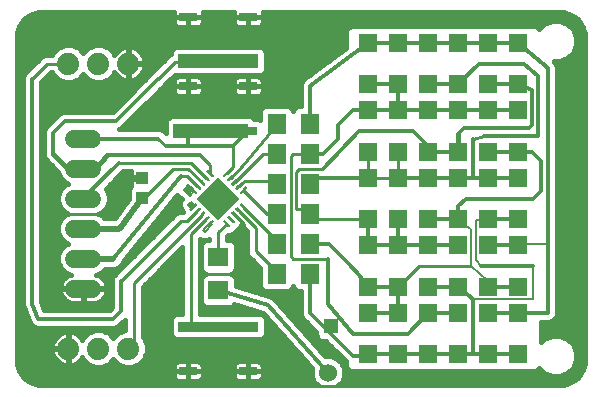
<source format=gtl>
G75*
G70*
%OFA0B0*%
%FSLAX24Y24*%
%IPPOS*%
%LPD*%
%AMOC8*
5,1,8,0,0,1.08239X$1,22.5*
%
%ADD10R,0.1000X0.0500*%
%ADD11R,0.0500X0.0500*%
%ADD12R,0.0700X0.0450*%
%ADD13R,0.2700X0.0350*%
%ADD14R,0.2700X0.0450*%
%ADD15R,0.2500X0.0500*%
%ADD16R,0.1024X0.1024*%
%ADD17C,0.0068*%
%ADD18R,0.0394X0.0433*%
%ADD19R,0.0591X0.0591*%
%ADD20C,0.0600*%
%ADD21R,0.0630X0.0709*%
%ADD22R,0.0600X0.0300*%
%ADD23R,0.0709X0.0630*%
%ADD24C,0.0740*%
%ADD25C,0.0100*%
%ADD26C,0.0115*%
%ADD27C,0.0120*%
%ADD28C,0.0200*%
%ADD29C,0.0150*%
%ADD30C,0.0160*%
%ADD31C,0.0110*%
%ADD32C,0.0080*%
%ADD33C,0.0140*%
%ADD34C,0.0090*%
%ADD35C,0.0600*%
D10*
X006840Y008938D03*
D11*
X008590Y008938D03*
X011590Y002438D03*
D12*
X008840Y011263D03*
X006840Y011263D03*
D13*
X007840Y002413D03*
D14*
X007840Y011263D03*
D15*
X007590Y008938D03*
D16*
G36*
X008564Y006688D02*
X007840Y005964D01*
X007116Y006688D01*
X007840Y007412D01*
X008564Y006688D01*
G37*
D17*
X008596Y006873D02*
X008769Y007046D01*
X008596Y006873D02*
X008581Y006888D01*
X008754Y007061D01*
X008769Y007046D01*
X008663Y006940D02*
X008633Y006940D01*
X008700Y007007D02*
X008730Y007007D01*
X008630Y007185D02*
X008457Y007012D01*
X008442Y007027D01*
X008615Y007200D01*
X008630Y007185D01*
X008524Y007079D02*
X008494Y007079D01*
X008561Y007146D02*
X008591Y007146D01*
X008491Y007324D02*
X008318Y007151D01*
X008303Y007166D01*
X008476Y007339D01*
X008491Y007324D01*
X008385Y007218D02*
X008355Y007218D01*
X008422Y007285D02*
X008452Y007285D01*
X008352Y007463D02*
X008179Y007290D01*
X008164Y007305D01*
X008337Y007478D01*
X008352Y007463D01*
X008246Y007357D02*
X008216Y007357D01*
X008283Y007424D02*
X008313Y007424D01*
X008212Y007603D02*
X008039Y007430D01*
X008024Y007445D01*
X008197Y007618D01*
X008212Y007603D01*
X008106Y007497D02*
X008076Y007497D01*
X008143Y007564D02*
X008173Y007564D01*
X007656Y007445D02*
X007641Y007430D01*
X007468Y007603D01*
X007483Y007618D01*
X007656Y007445D01*
X007604Y007497D02*
X007574Y007497D01*
X007537Y007564D02*
X007507Y007564D01*
X007516Y007305D02*
X007501Y007290D01*
X007328Y007463D01*
X007343Y007478D01*
X007516Y007305D01*
X007464Y007357D02*
X007434Y007357D01*
X007397Y007424D02*
X007367Y007424D01*
X007377Y007166D02*
X007362Y007151D01*
X007189Y007324D01*
X007204Y007339D01*
X007377Y007166D01*
X007325Y007218D02*
X007295Y007218D01*
X007258Y007285D02*
X007228Y007285D01*
X007238Y007027D02*
X007223Y007012D01*
X007050Y007185D01*
X007065Y007200D01*
X007238Y007027D01*
X007186Y007079D02*
X007156Y007079D01*
X007119Y007146D02*
X007089Y007146D01*
X007099Y006888D02*
X007084Y006873D01*
X006911Y007046D01*
X006926Y007061D01*
X007099Y006888D01*
X007047Y006940D02*
X007017Y006940D01*
X006980Y007007D02*
X006950Y007007D01*
X007099Y006489D02*
X006926Y006316D01*
X006911Y006331D01*
X007084Y006504D01*
X007099Y006489D01*
X006993Y006383D02*
X006963Y006383D01*
X007030Y006450D02*
X007060Y006450D01*
X007238Y006350D02*
X007065Y006177D01*
X007050Y006192D01*
X007223Y006365D01*
X007238Y006350D01*
X007132Y006244D02*
X007102Y006244D01*
X007169Y006311D02*
X007199Y006311D01*
X007377Y006211D02*
X007204Y006038D01*
X007189Y006053D01*
X007362Y006226D01*
X007377Y006211D01*
X007271Y006105D02*
X007241Y006105D01*
X007308Y006172D02*
X007338Y006172D01*
X007516Y006071D02*
X007343Y005898D01*
X007328Y005913D01*
X007501Y006086D01*
X007516Y006071D01*
X007410Y005965D02*
X007380Y005965D01*
X007447Y006032D02*
X007477Y006032D01*
X007656Y005932D02*
X007483Y005759D01*
X007468Y005774D01*
X007641Y005947D01*
X007656Y005932D01*
X007550Y005826D02*
X007520Y005826D01*
X007587Y005893D02*
X007617Y005893D01*
X008197Y005759D02*
X008212Y005774D01*
X008197Y005759D02*
X008024Y005932D01*
X008039Y005947D01*
X008212Y005774D01*
X008160Y005826D02*
X008130Y005826D01*
X008093Y005893D02*
X008063Y005893D01*
X008337Y005898D02*
X008352Y005913D01*
X008337Y005898D02*
X008164Y006071D01*
X008179Y006086D01*
X008352Y005913D01*
X008300Y005965D02*
X008270Y005965D01*
X008233Y006032D02*
X008203Y006032D01*
X008476Y006038D02*
X008491Y006053D01*
X008476Y006038D02*
X008303Y006211D01*
X008318Y006226D01*
X008491Y006053D01*
X008439Y006105D02*
X008409Y006105D01*
X008372Y006172D02*
X008342Y006172D01*
X008615Y006177D02*
X008630Y006192D01*
X008615Y006177D02*
X008442Y006350D01*
X008457Y006365D01*
X008630Y006192D01*
X008578Y006244D02*
X008548Y006244D01*
X008511Y006311D02*
X008481Y006311D01*
X008754Y006316D02*
X008769Y006331D01*
X008754Y006316D02*
X008581Y006489D01*
X008596Y006504D01*
X008769Y006331D01*
X008717Y006383D02*
X008687Y006383D01*
X008650Y006450D02*
X008620Y006450D01*
D18*
X005290Y006704D03*
X005290Y007373D03*
D19*
X012840Y007377D03*
X013840Y007377D03*
X014840Y007377D03*
X015840Y007377D03*
X016840Y007377D03*
X017840Y007377D03*
X017840Y008249D03*
X016840Y008249D03*
X015840Y008249D03*
X014840Y008249D03*
X013840Y008249D03*
X012840Y008249D03*
X012840Y009627D03*
X013840Y009627D03*
X014840Y009627D03*
X015840Y009627D03*
X016840Y009627D03*
X017840Y009627D03*
X017840Y010499D03*
X016840Y010499D03*
X015840Y010499D03*
X014840Y010499D03*
X013840Y010499D03*
X012840Y010499D03*
X012840Y011877D03*
X013840Y011877D03*
X014840Y011877D03*
X015840Y011877D03*
X016840Y011877D03*
X017840Y011877D03*
X017840Y005999D03*
X016840Y005999D03*
X015840Y005999D03*
X014840Y005999D03*
X013840Y005999D03*
X012840Y005999D03*
X012840Y005127D03*
X013840Y005127D03*
X014840Y005127D03*
X015840Y005127D03*
X016840Y005127D03*
X017840Y005127D03*
X017840Y003749D03*
X016840Y003749D03*
X015840Y003749D03*
X014840Y003749D03*
X013840Y003749D03*
X012840Y003749D03*
X012840Y002877D03*
X013840Y002877D03*
X014840Y002877D03*
X015840Y002877D03*
X016840Y002877D03*
X017840Y002877D03*
X017840Y001499D03*
X016840Y001499D03*
X015840Y001499D03*
X014840Y001499D03*
X013840Y001499D03*
X012840Y001499D03*
D20*
X003640Y003688D02*
X003040Y003688D01*
X003040Y004688D02*
X003640Y004688D01*
X003640Y005688D02*
X003040Y005688D01*
X003040Y006688D02*
X003640Y006688D01*
X003640Y007688D02*
X003040Y007688D01*
X003040Y008688D02*
X003640Y008688D01*
D21*
X009789Y008188D03*
X010891Y008188D03*
X010891Y009188D03*
X009789Y009188D03*
X009789Y007175D03*
X010891Y007175D03*
X010891Y006188D03*
X009789Y006188D03*
X009789Y005188D03*
X010891Y005188D03*
X010891Y004188D03*
X009789Y004188D03*
D22*
X008840Y002438D03*
X006840Y002438D03*
X006840Y000938D03*
X008840Y000938D03*
X008840Y008938D03*
X006840Y008938D03*
X006840Y010438D03*
X006840Y011238D03*
X008840Y011238D03*
X008840Y010438D03*
X008840Y012738D03*
X006840Y012738D03*
D23*
X007840Y004740D03*
X007840Y003637D03*
D24*
X004840Y001688D03*
X003840Y001688D03*
X002840Y001688D03*
X002840Y011188D03*
X003840Y011188D03*
X004840Y011188D03*
D25*
X008397Y007245D02*
X009340Y008188D01*
X008640Y007767D02*
X008258Y007384D01*
X008118Y007524D02*
X008340Y007745D01*
X008718Y007288D02*
X008536Y007106D01*
X008675Y006967D02*
X009454Y006188D01*
X009090Y005717D02*
X008536Y006271D01*
X008675Y006410D02*
X009897Y005188D01*
X008690Y005838D02*
X008397Y006132D01*
X007422Y005992D02*
X006940Y005510D01*
X006812Y005938D02*
X007144Y006271D01*
X007283Y006132D02*
X005020Y003868D01*
X003340Y006688D02*
X003340Y006698D01*
X006812Y007438D02*
X007144Y007106D01*
X007283Y007245D02*
X006840Y007688D01*
X006918Y007888D02*
X007422Y007384D01*
X010440Y007588D02*
X010440Y006338D01*
X016340Y008688D02*
X016690Y008788D01*
D26*
X013801Y007377D02*
X012840Y007377D01*
X012840Y008249D01*
X011340Y007688D02*
X010540Y007688D01*
X010265Y008113D02*
X010340Y008188D01*
X010891Y008188D01*
X011094Y007377D02*
X010891Y007175D01*
X010741Y006338D02*
X010891Y006188D01*
X011080Y005999D01*
X012840Y005999D01*
X011490Y004688D02*
X010340Y004688D01*
X010265Y004763D01*
X009789Y004240D02*
X009090Y004938D01*
X009090Y005717D01*
X008690Y005838D02*
X008690Y005338D01*
X008118Y005853D02*
X007840Y005575D01*
X007840Y004740D01*
X007340Y004188D02*
X008340Y004188D01*
X006940Y005510D02*
X006940Y002388D01*
X008690Y002388D01*
X008840Y002438D01*
X006940Y002388D02*
X006840Y002438D01*
X005020Y001688D02*
X005020Y003868D01*
X004590Y003938D02*
X006590Y005938D01*
X006812Y005938D01*
X006340Y007688D02*
X005005Y006354D01*
X004340Y006938D02*
X004340Y006968D01*
X004540Y006968D01*
X004100Y006178D02*
X002850Y006178D01*
X002732Y006188D01*
X002590Y006188D01*
X004530Y007888D02*
X006918Y007888D01*
X006840Y007688D02*
X006340Y007688D01*
X006590Y007438D02*
X006812Y007438D01*
X007562Y007524D02*
X007562Y007807D01*
X007240Y008128D01*
X008340Y008438D02*
X008340Y007745D01*
X008640Y007767D02*
X009789Y009188D01*
X009789Y008188D02*
X009340Y008188D01*
X009690Y007288D02*
X008718Y007288D01*
X009690Y007288D02*
X009804Y007175D01*
X009789Y006188D02*
X009454Y006188D01*
X006090Y008438D02*
X005840Y008688D01*
X005840Y010688D02*
X006390Y011238D01*
X006840Y011238D01*
X008840Y011238D01*
X012829Y009638D02*
X012840Y009627D01*
X014529Y004438D02*
X016260Y004438D01*
X014529Y004438D02*
X013840Y003749D01*
X010340Y001188D02*
X010340Y000448D01*
X011290Y000448D01*
X001640Y010688D02*
X002140Y011188D01*
X002840Y011188D01*
D27*
X001640Y010688D02*
X001640Y003188D01*
X001840Y002688D01*
X004340Y002688D01*
X004590Y002938D01*
X004590Y003938D01*
X004340Y004688D02*
X006590Y007438D01*
X007240Y008128D02*
X004140Y008138D01*
X004530Y007888D02*
X003340Y006698D01*
X002340Y008188D02*
X002340Y008888D01*
X002740Y009288D01*
X004440Y009288D01*
X005840Y010688D01*
X006840Y008938D02*
X006840Y008438D01*
X008340Y008438D01*
X008840Y008938D01*
X006840Y008438D02*
X006090Y008438D01*
X010891Y008188D02*
X011340Y008188D01*
X011840Y008688D01*
X011840Y009138D01*
X012340Y009638D01*
X012829Y009638D01*
X013840Y009627D02*
X013840Y010499D01*
X012840Y010499D01*
X012840Y011877D02*
X013840Y011877D01*
X014840Y011877D01*
X015840Y011877D01*
X016840Y011877D01*
X017840Y011877D01*
X018840Y011027D01*
X018840Y005188D01*
X018840Y002877D01*
X017840Y002877D01*
X017840Y003749D02*
X016840Y003749D01*
X016340Y003328D02*
X015840Y003749D01*
X014840Y003749D01*
X013840Y003749D02*
X012840Y003749D01*
X013840Y003749D02*
X013840Y002877D01*
X014151Y002188D02*
X014840Y002877D01*
X014151Y002188D02*
X012340Y002188D01*
X011490Y003188D01*
X011490Y004688D01*
X011840Y004877D02*
X011529Y005188D01*
X010891Y005188D01*
X010891Y004188D02*
X010891Y002887D01*
X012340Y001438D01*
X012651Y001438D01*
X012840Y001499D01*
X011490Y000888D02*
X009491Y003137D01*
X007840Y003637D01*
X012840Y005127D02*
X012840Y005999D01*
X013840Y005999D02*
X013840Y005127D01*
X012840Y005127D01*
X014840Y005999D02*
X015840Y005999D01*
X015840Y006438D01*
X016090Y006688D01*
X018340Y006688D01*
X018590Y006938D01*
X018590Y007938D01*
X018279Y008249D01*
X016840Y008249D01*
X017840Y008249D01*
X018490Y008788D02*
X016690Y008788D01*
X016340Y008688D02*
X016340Y007377D01*
X016840Y007377D01*
X017840Y007377D01*
X016340Y007377D02*
X015840Y007377D01*
X014840Y007377D01*
X013840Y007377D01*
X013840Y007338D02*
X013840Y007188D01*
X014840Y008249D02*
X014840Y008438D01*
X016040Y009038D02*
X018190Y009038D01*
X018290Y009138D01*
X018290Y010299D01*
X017840Y010499D01*
X018490Y010788D02*
X018490Y008788D01*
X016529Y011188D02*
X015840Y010499D01*
X016529Y011188D02*
X018040Y011188D01*
X018490Y010788D01*
X018340Y004438D02*
X016590Y004438D01*
X016340Y003328D02*
X016340Y001499D01*
X016840Y001499D02*
X017840Y001499D01*
X012840Y003749D02*
X012522Y004138D01*
X012188Y004515D01*
X011840Y004877D01*
D28*
X005290Y006704D02*
X004590Y005738D01*
X004540Y005688D01*
X003340Y005688D01*
X003340Y004688D02*
X004340Y004688D01*
D29*
X004100Y006178D02*
X004340Y006938D01*
X005005Y006354D02*
X005290Y006704D01*
X003740Y007688D02*
X003340Y007688D01*
X002840Y007688D01*
X002340Y008188D01*
X003740Y007688D02*
X004140Y008138D01*
D30*
X001130Y001175D02*
X001211Y000926D01*
X001365Y000714D01*
X001578Y000560D01*
X001827Y000479D01*
X001958Y000468D01*
X011146Y000468D01*
X011032Y000582D01*
X010950Y000781D01*
X010950Y000996D01*
X010964Y001029D01*
X009323Y002875D01*
X008374Y003162D01*
X008330Y003119D01*
X008242Y003082D01*
X007438Y003082D01*
X007350Y003119D01*
X007282Y003186D01*
X007246Y003274D01*
X007246Y004000D01*
X007282Y004088D01*
X007350Y004156D01*
X007429Y004188D01*
X007350Y004221D01*
X007282Y004289D01*
X007246Y004377D01*
X007246Y005102D01*
X007282Y005190D01*
X007350Y005258D01*
X007438Y005294D01*
X007543Y005294D01*
X007543Y005349D01*
X007446Y005308D01*
X007334Y005308D01*
X007237Y005349D01*
X007237Y002828D01*
X009238Y002828D01*
X009326Y002792D01*
X009393Y002724D01*
X009430Y002636D01*
X009430Y002191D01*
X009393Y002102D01*
X009326Y002035D01*
X009238Y001998D01*
X006442Y001998D01*
X006354Y002035D01*
X006287Y002102D01*
X006250Y002191D01*
X006250Y002636D01*
X006287Y002724D01*
X006354Y002792D01*
X006442Y002828D01*
X006643Y002828D01*
X006643Y005081D01*
X005317Y003756D01*
X005317Y002074D01*
X005357Y002034D01*
X005450Y001810D01*
X005450Y001567D01*
X005357Y001343D01*
X005186Y001171D01*
X004961Y001078D01*
X004719Y001078D01*
X004494Y001171D01*
X004340Y001326D01*
X004186Y001171D01*
X003961Y001078D01*
X003719Y001078D01*
X003494Y001171D01*
X003323Y001343D01*
X003303Y001390D01*
X003259Y001330D01*
X003198Y001269D01*
X003128Y001218D01*
X003051Y001179D01*
X002969Y001152D01*
X002883Y001138D01*
X002860Y001138D01*
X002860Y001668D01*
X002820Y001668D01*
X002820Y001138D01*
X002797Y001138D01*
X002711Y001152D01*
X002629Y001179D01*
X002552Y001218D01*
X002482Y001269D01*
X002420Y001330D01*
X002370Y001400D01*
X002330Y001477D01*
X002304Y001560D01*
X002290Y001645D01*
X002290Y001668D01*
X002820Y001668D01*
X002820Y001708D01*
X002290Y001708D01*
X002290Y001732D01*
X002304Y001817D01*
X002330Y001899D01*
X002370Y001977D01*
X002420Y002047D01*
X002482Y002108D01*
X002552Y002159D01*
X002629Y002198D01*
X002711Y002225D01*
X002797Y002238D01*
X002820Y002238D01*
X002820Y001709D01*
X002860Y001709D01*
X002860Y002238D01*
X002883Y002238D01*
X002969Y002225D01*
X003051Y002198D01*
X003128Y002159D01*
X003198Y002108D01*
X003259Y002047D01*
X003303Y001986D01*
X003323Y002034D01*
X003494Y002205D01*
X003719Y002298D01*
X003961Y002298D01*
X004186Y002205D01*
X004340Y002051D01*
X004494Y002205D01*
X004719Y002298D01*
X004723Y002298D01*
X004723Y002647D01*
X004510Y002434D01*
X004400Y002388D01*
X004280Y002388D01*
X001898Y002388D01*
X001896Y002388D01*
X001838Y002388D01*
X001780Y002388D01*
X001779Y002389D01*
X001777Y002389D01*
X001724Y002412D01*
X001670Y002434D01*
X001669Y002435D01*
X001667Y002436D01*
X001627Y002477D01*
X001586Y002518D01*
X001585Y002520D01*
X001584Y002521D01*
X001562Y002575D01*
X001540Y002629D01*
X001540Y002631D01*
X001362Y003076D01*
X001340Y003129D01*
X001340Y003131D01*
X001339Y003132D01*
X001340Y003190D01*
X001340Y010748D01*
X001386Y010858D01*
X001470Y010943D01*
X001476Y010945D01*
X001971Y011441D01*
X002081Y011486D01*
X002199Y011486D01*
X002303Y011486D01*
X002323Y011534D01*
X002494Y011705D01*
X002719Y011798D01*
X002961Y011798D01*
X003186Y011705D01*
X003340Y011551D01*
X003494Y011705D01*
X003719Y011798D01*
X003961Y011798D01*
X004186Y011705D01*
X004357Y011534D01*
X004377Y011486D01*
X004420Y011547D01*
X004482Y011608D01*
X004552Y011659D01*
X004629Y011698D01*
X004711Y011725D01*
X004797Y011738D01*
X004820Y011738D01*
X004820Y011209D01*
X004860Y011209D01*
X004860Y011738D01*
X004883Y011738D01*
X004969Y011725D01*
X005051Y011698D01*
X005128Y011659D01*
X005198Y011608D01*
X005259Y011547D01*
X005310Y011477D01*
X005350Y011399D01*
X005376Y011317D01*
X005390Y011232D01*
X005390Y011208D01*
X004860Y011208D01*
X004860Y011168D01*
X004860Y010638D01*
X004883Y010638D01*
X004969Y010652D01*
X005051Y010679D01*
X005128Y010718D01*
X005198Y010769D01*
X005259Y010830D01*
X005310Y010900D01*
X005350Y010977D01*
X005376Y011060D01*
X005390Y011145D01*
X005390Y011168D01*
X004860Y011168D01*
X004820Y011168D01*
X004820Y010638D01*
X004797Y010638D01*
X004711Y010652D01*
X004629Y010679D01*
X004552Y010718D01*
X004482Y010769D01*
X004420Y010830D01*
X004377Y010890D01*
X004357Y010843D01*
X004186Y010671D01*
X003961Y010578D01*
X003719Y010578D01*
X003494Y010671D01*
X003340Y010826D01*
X003186Y010671D01*
X002961Y010578D01*
X002719Y010578D01*
X002494Y010671D01*
X002323Y010843D01*
X002303Y010891D01*
X002263Y010891D01*
X001940Y010568D01*
X001940Y003246D01*
X002043Y002988D01*
X004216Y002988D01*
X004290Y003063D01*
X004290Y003998D01*
X004336Y004108D01*
X004420Y004193D01*
X004426Y004195D01*
X006338Y006107D01*
X006421Y006191D01*
X006531Y006236D01*
X006652Y006236D01*
X006636Y006276D01*
X006636Y006297D01*
X006603Y006330D01*
X006560Y006433D01*
X006560Y006544D01*
X006603Y006647D01*
X006619Y006663D01*
X006531Y006751D01*
X006467Y006815D01*
X004680Y004630D01*
X004680Y004621D01*
X004628Y004496D01*
X004533Y004400D01*
X004408Y004348D01*
X004064Y004348D01*
X003946Y004231D01*
X003761Y004154D01*
X003824Y004133D01*
X003892Y004099D01*
X003953Y004054D01*
X004006Y004001D01*
X004051Y003940D01*
X004085Y003873D01*
X004108Y003801D01*
X004120Y003726D01*
X004120Y003708D01*
X003360Y003708D01*
X003360Y003668D01*
X003360Y003208D01*
X003678Y003208D01*
X003752Y003220D01*
X003824Y003244D01*
X003892Y003278D01*
X003953Y003322D01*
X004006Y003376D01*
X004051Y003437D01*
X004085Y003504D01*
X004108Y003576D01*
X004120Y003651D01*
X004120Y003668D01*
X003360Y003668D01*
X003320Y003668D01*
X003320Y003208D01*
X003002Y003208D01*
X002928Y003220D01*
X002856Y003244D01*
X002788Y003278D01*
X002727Y003322D01*
X002674Y003376D01*
X002629Y003437D01*
X002595Y003504D01*
X002572Y003576D01*
X002560Y003651D01*
X002560Y003668D01*
X003320Y003668D01*
X003320Y003708D01*
X002560Y003708D01*
X002560Y003726D01*
X002572Y003801D01*
X002595Y003873D01*
X002629Y003940D01*
X002674Y004001D01*
X002727Y004054D01*
X002788Y004099D01*
X002856Y004133D01*
X002919Y004154D01*
X002734Y004231D01*
X002582Y004382D01*
X002500Y004581D01*
X002500Y004796D01*
X002582Y004994D01*
X002734Y005146D01*
X002836Y005188D01*
X002734Y005231D01*
X002582Y005382D01*
X002500Y005581D01*
X002500Y005796D01*
X002582Y005994D01*
X002734Y006146D01*
X002836Y006188D01*
X002734Y006231D01*
X002582Y006382D01*
X002500Y006581D01*
X002500Y006796D01*
X002582Y006994D01*
X002734Y007146D01*
X002836Y007188D01*
X002734Y007231D01*
X002582Y007382D01*
X002500Y007581D01*
X002500Y007583D01*
X002073Y008010D01*
X002025Y008126D01*
X002025Y008251D01*
X002040Y008287D01*
X002040Y008948D01*
X002086Y009058D01*
X002170Y009143D01*
X002170Y009143D01*
X002486Y009458D01*
X002486Y009458D01*
X002570Y009543D01*
X002680Y009588D01*
X004316Y009588D01*
X005670Y010943D01*
X005676Y010945D01*
X006221Y011491D01*
X006250Y011502D01*
X006250Y011536D01*
X006287Y011624D01*
X006354Y011692D01*
X006442Y011728D01*
X009238Y011728D01*
X009326Y011692D01*
X009393Y011624D01*
X009430Y011536D01*
X009430Y010991D01*
X009393Y010902D01*
X009326Y010835D01*
X009238Y010798D01*
X006442Y010798D01*
X006392Y010819D01*
X006097Y010524D01*
X006094Y010518D01*
X004610Y009034D01*
X004524Y008998D01*
X005902Y008998D01*
X006016Y008951D01*
X006100Y008867D01*
X006100Y009236D01*
X006137Y009324D01*
X006204Y009392D01*
X006292Y009428D01*
X008888Y009428D01*
X008976Y009392D01*
X009039Y009328D01*
X009188Y009328D01*
X009234Y009309D01*
X009234Y009590D01*
X009270Y009679D01*
X009338Y009746D01*
X009426Y009783D01*
X010151Y009783D01*
X010240Y009746D01*
X010307Y009679D01*
X010340Y009599D01*
X010373Y009679D01*
X010440Y009746D01*
X010528Y009783D01*
X010581Y009783D01*
X010581Y010390D01*
X010576Y010413D01*
X010581Y010451D01*
X010581Y010490D01*
X010590Y010512D01*
X010593Y010535D01*
X010614Y010568D01*
X010628Y010604D01*
X010645Y010620D01*
X010657Y010640D01*
X010688Y010664D01*
X010716Y010691D01*
X010737Y010700D01*
X012100Y011713D01*
X012100Y012236D01*
X012137Y012324D01*
X012204Y012392D01*
X012292Y012428D01*
X018388Y012428D01*
X018476Y012392D01*
X018529Y012339D01*
X018705Y012515D01*
X018955Y012618D01*
X019225Y012618D01*
X019475Y012515D01*
X019666Y012324D01*
X019770Y012074D01*
X019770Y011803D01*
X019666Y011553D01*
X019475Y011362D01*
X019225Y011258D01*
X019033Y011258D01*
X019044Y011248D01*
X019080Y011217D01*
X019085Y011206D01*
X019094Y011197D01*
X019112Y011153D01*
X019134Y011111D01*
X019135Y011099D01*
X019140Y011087D01*
X019140Y011040D01*
X019144Y010992D01*
X019140Y010980D01*
X019140Y005248D01*
X019140Y002818D01*
X019094Y002707D01*
X019010Y002623D01*
X018900Y002577D01*
X018780Y002577D01*
X018580Y002577D01*
X018580Y001890D01*
X018705Y002015D01*
X018955Y002118D01*
X019225Y002118D01*
X019475Y002015D01*
X019666Y001824D01*
X019770Y001574D01*
X019770Y001303D01*
X019666Y001053D01*
X019475Y000862D01*
X019225Y000758D01*
X018955Y000758D01*
X018705Y000862D01*
X018529Y001038D01*
X018476Y000985D01*
X018388Y000948D01*
X012292Y000948D01*
X012204Y000985D01*
X012137Y001052D01*
X012100Y001141D01*
X011970Y001141D01*
X011948Y001194D02*
X011796Y001346D01*
X011597Y001428D01*
X011411Y001428D01*
X009739Y003310D01*
X009728Y003331D01*
X009700Y003354D01*
X009676Y003381D01*
X009654Y003392D01*
X009635Y003407D01*
X009601Y003417D01*
X009568Y003433D01*
X009544Y003435D01*
X008434Y003771D01*
X008434Y004000D01*
X008398Y004088D01*
X008330Y004156D01*
X008251Y004188D01*
X008330Y004221D01*
X008398Y004289D01*
X008434Y004377D01*
X008434Y005102D01*
X008398Y005190D01*
X008330Y005258D01*
X008242Y005294D01*
X008137Y005294D01*
X008137Y005451D01*
X008170Y005484D01*
X008252Y005484D01*
X008353Y005526D01*
X008446Y005619D01*
X008459Y005651D01*
X008492Y005665D01*
X008585Y005758D01*
X008601Y005796D01*
X008793Y005604D01*
X008793Y004998D01*
X008793Y004879D01*
X008838Y004770D01*
X009234Y004374D01*
X009234Y003786D01*
X009270Y003698D01*
X009338Y003631D01*
X009426Y003594D01*
X010151Y003594D01*
X010240Y003631D01*
X010307Y003698D01*
X010340Y003777D01*
X010373Y003698D01*
X010440Y003631D01*
X010528Y003594D01*
X010591Y003594D01*
X010591Y002947D01*
X010591Y002827D01*
X010637Y002717D01*
X011100Y002254D01*
X011100Y002141D01*
X011137Y002052D01*
X011204Y001985D01*
X011292Y001948D01*
X011406Y001948D01*
X012086Y001268D01*
X012100Y001254D01*
X012100Y001141D01*
X011948Y001194D02*
X012030Y000996D01*
X012030Y000781D01*
X011948Y000582D01*
X011834Y000468D01*
X019166Y000468D01*
X019175Y000468D01*
X019222Y000468D01*
X019353Y000479D01*
X019602Y000560D01*
X019815Y000714D01*
X019969Y000926D01*
X020050Y001175D01*
X020060Y001306D01*
X020060Y012070D01*
X020050Y012201D01*
X019969Y012451D01*
X019815Y012663D01*
X019602Y012817D01*
X019353Y012898D01*
X019222Y012908D01*
X009320Y012908D01*
X009320Y012739D01*
X008840Y012739D01*
X008840Y012738D01*
X008840Y012408D01*
X009164Y012408D01*
X009209Y012421D01*
X009251Y012444D01*
X009284Y012478D01*
X009308Y012519D01*
X009320Y012565D01*
X009320Y012738D01*
X008840Y012738D01*
X008840Y012738D01*
X008840Y012408D01*
X008516Y012408D01*
X008471Y012421D01*
X008429Y012444D01*
X008396Y012478D01*
X008372Y012519D01*
X008360Y012565D01*
X008360Y012738D01*
X008840Y012738D01*
X008840Y012739D01*
X008360Y012739D01*
X008360Y012908D01*
X007320Y012908D01*
X007320Y012739D01*
X006840Y012739D01*
X006840Y012738D01*
X006840Y012408D01*
X007164Y012408D01*
X007209Y012421D01*
X007251Y012444D01*
X007284Y012478D01*
X007308Y012519D01*
X007320Y012565D01*
X007320Y012738D01*
X006840Y012738D01*
X006840Y012738D01*
X006840Y012408D01*
X006516Y012408D01*
X006471Y012421D01*
X006429Y012444D01*
X006396Y012478D01*
X006372Y012519D01*
X006360Y012565D01*
X006360Y012738D01*
X006840Y012738D01*
X006840Y012739D01*
X006360Y012739D01*
X006360Y012908D01*
X002014Y012908D01*
X001988Y012908D01*
X001958Y012908D01*
X001827Y012898D01*
X001578Y012817D01*
X001365Y012663D01*
X001211Y012451D01*
X001130Y012201D01*
X001120Y012070D01*
X001120Y001362D01*
X001120Y001349D01*
X001120Y001306D01*
X001130Y001175D01*
X001142Y001141D02*
X002782Y001141D01*
X002820Y001141D02*
X002860Y001141D01*
X002898Y001141D02*
X003568Y001141D01*
X003366Y001299D02*
X003229Y001299D01*
X002860Y001299D02*
X002820Y001299D01*
X002820Y001458D02*
X002860Y001458D01*
X002860Y001616D02*
X002820Y001616D01*
X002820Y001775D02*
X002860Y001775D01*
X002860Y001933D02*
X002820Y001933D01*
X002820Y002092D02*
X002860Y002092D01*
X002466Y002092D02*
X001120Y002092D01*
X001120Y002251D02*
X003603Y002251D01*
X003381Y002092D02*
X003214Y002092D01*
X004077Y002251D02*
X004603Y002251D01*
X004381Y002092D02*
X004299Y002092D01*
X004450Y002409D02*
X004723Y002409D01*
X004723Y002568D02*
X004643Y002568D01*
X004271Y003043D02*
X002021Y003043D01*
X001958Y003202D02*
X004290Y003202D01*
X004290Y003360D02*
X003991Y003360D01*
X004090Y003519D02*
X004290Y003519D01*
X004290Y003677D02*
X003360Y003677D01*
X003320Y003677D02*
X001940Y003677D01*
X001940Y003519D02*
X002590Y003519D01*
X002689Y003360D02*
X001940Y003360D01*
X001940Y003836D02*
X002583Y003836D01*
X002669Y003994D02*
X001940Y003994D01*
X001940Y004153D02*
X002917Y004153D01*
X002653Y004312D02*
X001940Y004312D01*
X001940Y004470D02*
X002546Y004470D01*
X002500Y004629D02*
X001940Y004629D01*
X001940Y004787D02*
X002500Y004787D01*
X002562Y004946D02*
X001940Y004946D01*
X001940Y005104D02*
X002692Y005104D01*
X002702Y005263D02*
X001940Y005263D01*
X001940Y005421D02*
X002566Y005421D01*
X002500Y005580D02*
X001940Y005580D01*
X001940Y005738D02*
X002500Y005738D01*
X002542Y005897D02*
X001940Y005897D01*
X001940Y006056D02*
X002644Y006056D01*
X002774Y006214D02*
X001940Y006214D01*
X001940Y006373D02*
X002592Y006373D01*
X002521Y006531D02*
X001940Y006531D01*
X001940Y006690D02*
X002500Y006690D01*
X002522Y006848D02*
X001940Y006848D01*
X001940Y007007D02*
X002595Y007007D01*
X002781Y007165D02*
X001940Y007165D01*
X001940Y007324D02*
X002641Y007324D01*
X002541Y007482D02*
X001940Y007482D01*
X001940Y007641D02*
X002442Y007641D01*
X002283Y007800D02*
X001940Y007800D01*
X001940Y007958D02*
X002125Y007958D01*
X002029Y008117D02*
X001940Y008117D01*
X001940Y008275D02*
X002035Y008275D01*
X002040Y008434D02*
X001940Y008434D01*
X001940Y008592D02*
X002040Y008592D01*
X002040Y008751D02*
X001940Y008751D01*
X001940Y008909D02*
X002040Y008909D01*
X002095Y009068D02*
X001940Y009068D01*
X001940Y009226D02*
X002254Y009226D01*
X002412Y009385D02*
X001940Y009385D01*
X001940Y009544D02*
X002572Y009544D01*
X001940Y009702D02*
X004429Y009702D01*
X004588Y009861D02*
X001940Y009861D01*
X001940Y010019D02*
X004747Y010019D01*
X004905Y010178D02*
X001940Y010178D01*
X001940Y010336D02*
X005064Y010336D01*
X005222Y010495D02*
X001940Y010495D01*
X002026Y010653D02*
X002538Y010653D01*
X002354Y010812D02*
X002184Y010812D01*
X001660Y011129D02*
X001120Y011129D01*
X001120Y011287D02*
X001818Y011287D01*
X001985Y011446D02*
X001120Y011446D01*
X001120Y011605D02*
X002394Y011605D01*
X002634Y011763D02*
X001120Y011763D01*
X001120Y011922D02*
X012100Y011922D01*
X012100Y012080D02*
X001121Y012080D01*
X001142Y012239D02*
X012101Y012239D01*
X012217Y012397D02*
X001194Y012397D01*
X001288Y012556D02*
X006362Y012556D01*
X006360Y012714D02*
X001436Y012714D01*
X001750Y012873D02*
X006360Y012873D01*
X006840Y012714D02*
X006840Y012714D01*
X006840Y012556D02*
X006840Y012556D01*
X007318Y012556D02*
X008362Y012556D01*
X008360Y012714D02*
X007320Y012714D01*
X007320Y012873D02*
X008360Y012873D01*
X008840Y012714D02*
X008840Y012714D01*
X008840Y012556D02*
X008840Y012556D01*
X009318Y012556D02*
X018804Y012556D01*
X018587Y012397D02*
X018463Y012397D01*
X019376Y012556D02*
X019892Y012556D01*
X019986Y012397D02*
X019593Y012397D01*
X019702Y012239D02*
X020038Y012239D01*
X020059Y012080D02*
X019767Y012080D01*
X019770Y011922D02*
X020060Y011922D01*
X020060Y011763D02*
X019753Y011763D01*
X019688Y011605D02*
X020060Y011605D01*
X020060Y011446D02*
X019559Y011446D01*
X019296Y011287D02*
X020060Y011287D01*
X020060Y011129D02*
X019125Y011129D01*
X019140Y010970D02*
X020060Y010970D01*
X020060Y010812D02*
X019140Y010812D01*
X019140Y010653D02*
X020060Y010653D01*
X020060Y010495D02*
X019140Y010495D01*
X019140Y010336D02*
X020060Y010336D01*
X020060Y010178D02*
X019140Y010178D01*
X019140Y010019D02*
X020060Y010019D01*
X020060Y009861D02*
X019140Y009861D01*
X019140Y009702D02*
X020060Y009702D01*
X020060Y009544D02*
X019140Y009544D01*
X019140Y009385D02*
X020060Y009385D01*
X020060Y009226D02*
X019140Y009226D01*
X019140Y009068D02*
X020060Y009068D01*
X020060Y008909D02*
X019140Y008909D01*
X019140Y008751D02*
X020060Y008751D01*
X020060Y008592D02*
X019140Y008592D01*
X019140Y008434D02*
X020060Y008434D01*
X020060Y008275D02*
X019140Y008275D01*
X019140Y008117D02*
X020060Y008117D01*
X020060Y007958D02*
X019140Y007958D01*
X019140Y007800D02*
X020060Y007800D01*
X020060Y007641D02*
X019140Y007641D01*
X019140Y007482D02*
X020060Y007482D01*
X020060Y007324D02*
X019140Y007324D01*
X019140Y007165D02*
X020060Y007165D01*
X020060Y007007D02*
X019140Y007007D01*
X019140Y006848D02*
X020060Y006848D01*
X020060Y006690D02*
X019140Y006690D01*
X019140Y006531D02*
X020060Y006531D01*
X020060Y006373D02*
X019140Y006373D01*
X019140Y006214D02*
X020060Y006214D01*
X020060Y006056D02*
X019140Y006056D01*
X019140Y005897D02*
X020060Y005897D01*
X020060Y005738D02*
X019140Y005738D01*
X019140Y005580D02*
X020060Y005580D01*
X020060Y005421D02*
X019140Y005421D01*
X019140Y005263D02*
X020060Y005263D01*
X020060Y005104D02*
X019140Y005104D01*
X019140Y004946D02*
X020060Y004946D01*
X020060Y004787D02*
X019140Y004787D01*
X019140Y004629D02*
X020060Y004629D01*
X020060Y004470D02*
X019140Y004470D01*
X019140Y004312D02*
X020060Y004312D01*
X020060Y004153D02*
X019140Y004153D01*
X019140Y003994D02*
X020060Y003994D01*
X020060Y003836D02*
X019140Y003836D01*
X019140Y003677D02*
X020060Y003677D01*
X020060Y003519D02*
X019140Y003519D01*
X019140Y003360D02*
X020060Y003360D01*
X020060Y003202D02*
X019140Y003202D01*
X019140Y003043D02*
X020060Y003043D01*
X020060Y002885D02*
X019140Y002885D01*
X019102Y002726D02*
X020060Y002726D01*
X020060Y002568D02*
X018580Y002568D01*
X018580Y002409D02*
X020060Y002409D01*
X020060Y002251D02*
X018580Y002251D01*
X018580Y002092D02*
X018891Y002092D01*
X019289Y002092D02*
X020060Y002092D01*
X020060Y001933D02*
X019557Y001933D01*
X019687Y001775D02*
X020060Y001775D01*
X020060Y001616D02*
X019752Y001616D01*
X019770Y001458D02*
X020060Y001458D01*
X020059Y001299D02*
X019768Y001299D01*
X019703Y001141D02*
X020038Y001141D01*
X019987Y000982D02*
X019595Y000982D01*
X019383Y000824D02*
X019894Y000824D01*
X019748Y000665D02*
X011982Y000665D01*
X011872Y000507D02*
X019439Y000507D01*
X018797Y000824D02*
X012030Y000824D01*
X012030Y000982D02*
X012211Y000982D01*
X012055Y001299D02*
X011843Y001299D01*
X011896Y001458D02*
X011385Y001458D01*
X011244Y001616D02*
X011738Y001616D01*
X011579Y001775D02*
X011103Y001775D01*
X010962Y001933D02*
X011421Y001933D01*
X011120Y002092D02*
X010821Y002092D01*
X010681Y002251D02*
X011100Y002251D01*
X010945Y002409D02*
X010540Y002409D01*
X010399Y002568D02*
X010786Y002568D01*
X010633Y002726D02*
X010258Y002726D01*
X010117Y002885D02*
X010591Y002885D01*
X010591Y003043D02*
X009976Y003043D01*
X009835Y003202D02*
X010591Y003202D01*
X010591Y003360D02*
X009694Y003360D01*
X009266Y003519D02*
X010591Y003519D01*
X010393Y003677D02*
X010287Y003677D01*
X009291Y003677D02*
X008742Y003677D01*
X008434Y003836D02*
X009234Y003836D01*
X009234Y003994D02*
X008434Y003994D01*
X008333Y004153D02*
X009234Y004153D01*
X009234Y004312D02*
X008407Y004312D01*
X008434Y004470D02*
X009137Y004470D01*
X008979Y004629D02*
X008434Y004629D01*
X008434Y004787D02*
X008831Y004787D01*
X008793Y004946D02*
X008434Y004946D01*
X008433Y005104D02*
X008793Y005104D01*
X008793Y005263D02*
X008318Y005263D01*
X008137Y005421D02*
X008793Y005421D01*
X008793Y005580D02*
X008407Y005580D01*
X008566Y005738D02*
X008658Y005738D01*
X007362Y005263D02*
X007237Y005263D01*
X007237Y005104D02*
X007247Y005104D01*
X007237Y004946D02*
X007246Y004946D01*
X007237Y004787D02*
X007246Y004787D01*
X007237Y004629D02*
X007246Y004629D01*
X007237Y004470D02*
X007246Y004470D01*
X007237Y004312D02*
X007273Y004312D01*
X007237Y004153D02*
X007347Y004153D01*
X007246Y003994D02*
X007237Y003994D01*
X007237Y003836D02*
X007246Y003836D01*
X007237Y003677D02*
X007246Y003677D01*
X007237Y003519D02*
X007246Y003519D01*
X007237Y003360D02*
X007246Y003360D01*
X007237Y003202D02*
X007276Y003202D01*
X007237Y003043D02*
X008766Y003043D01*
X009290Y002885D02*
X007237Y002885D01*
X006643Y002885D02*
X005317Y002885D01*
X005317Y003043D02*
X006643Y003043D01*
X006643Y003202D02*
X005317Y003202D01*
X005317Y003360D02*
X006643Y003360D01*
X006643Y003519D02*
X005317Y003519D01*
X005317Y003677D02*
X006643Y003677D01*
X006643Y003836D02*
X005398Y003836D01*
X005556Y003994D02*
X006643Y003994D01*
X006643Y004153D02*
X005715Y004153D01*
X005873Y004312D02*
X006643Y004312D01*
X006643Y004470D02*
X006032Y004470D01*
X006190Y004629D02*
X006643Y004629D01*
X006643Y004787D02*
X006349Y004787D01*
X006507Y004946D02*
X006643Y004946D01*
X005811Y005580D02*
X005457Y005580D01*
X005587Y005738D02*
X005969Y005738D01*
X006128Y005897D02*
X005716Y005897D01*
X005846Y006056D02*
X006287Y006056D01*
X006478Y006214D02*
X005976Y006214D01*
X006106Y006373D02*
X006585Y006373D01*
X006560Y006531D02*
X006235Y006531D01*
X006365Y006690D02*
X006593Y006690D01*
X005271Y007354D02*
X004913Y007354D01*
X004913Y007133D01*
X004924Y007091D01*
X004890Y007056D01*
X004853Y006968D01*
X004853Y006680D01*
X004755Y006545D01*
X004721Y006504D01*
X004719Y006495D01*
X004380Y006028D01*
X004064Y006028D01*
X003946Y006146D01*
X003844Y006188D01*
X003946Y006231D01*
X004098Y006382D01*
X004180Y006581D01*
X004180Y006796D01*
X004098Y006994D01*
X004079Y007013D01*
X004657Y007591D01*
X004913Y007591D01*
X004913Y007391D01*
X005271Y007391D01*
X005271Y007354D01*
X004913Y007324D02*
X004390Y007324D01*
X004548Y007482D02*
X004913Y007482D01*
X004913Y007165D02*
X004231Y007165D01*
X004085Y007007D02*
X004869Y007007D01*
X004853Y006848D02*
X004158Y006848D01*
X004180Y006690D02*
X004853Y006690D01*
X004744Y006531D02*
X004159Y006531D01*
X004088Y006373D02*
X004630Y006373D01*
X004515Y006214D02*
X003906Y006214D01*
X004036Y006056D02*
X004400Y006056D01*
X005327Y005421D02*
X005652Y005421D01*
X005494Y005263D02*
X005198Y005263D01*
X005068Y005104D02*
X005335Y005104D01*
X005177Y004946D02*
X004938Y004946D01*
X005018Y004787D02*
X004808Y004787D01*
X004860Y004629D02*
X004680Y004629D01*
X004701Y004470D02*
X004603Y004470D01*
X004543Y004312D02*
X004027Y004312D01*
X003763Y004153D02*
X004380Y004153D01*
X004290Y003994D02*
X004011Y003994D01*
X004097Y003836D02*
X004290Y003836D01*
X003360Y003519D02*
X003320Y003519D01*
X003320Y003360D02*
X003360Y003360D01*
X001730Y002409D02*
X001120Y002409D01*
X001120Y002568D02*
X001565Y002568D01*
X001502Y002726D02*
X001120Y002726D01*
X001120Y002885D02*
X001438Y002885D01*
X001375Y003043D02*
X001120Y003043D01*
X001120Y003202D02*
X001340Y003202D01*
X001340Y003360D02*
X001120Y003360D01*
X001120Y003519D02*
X001340Y003519D01*
X001340Y003677D02*
X001120Y003677D01*
X001120Y003836D02*
X001340Y003836D01*
X001340Y003994D02*
X001120Y003994D01*
X001120Y004153D02*
X001340Y004153D01*
X001340Y004312D02*
X001120Y004312D01*
X001120Y004470D02*
X001340Y004470D01*
X001340Y004629D02*
X001120Y004629D01*
X001120Y004787D02*
X001340Y004787D01*
X001340Y004946D02*
X001120Y004946D01*
X001120Y005104D02*
X001340Y005104D01*
X001340Y005263D02*
X001120Y005263D01*
X001120Y005421D02*
X001340Y005421D01*
X001340Y005580D02*
X001120Y005580D01*
X001120Y005738D02*
X001340Y005738D01*
X001340Y005897D02*
X001120Y005897D01*
X001120Y006056D02*
X001340Y006056D01*
X001340Y006214D02*
X001120Y006214D01*
X001120Y006373D02*
X001340Y006373D01*
X001340Y006531D02*
X001120Y006531D01*
X001120Y006690D02*
X001340Y006690D01*
X001340Y006848D02*
X001120Y006848D01*
X001120Y007007D02*
X001340Y007007D01*
X001340Y007165D02*
X001120Y007165D01*
X001120Y007324D02*
X001340Y007324D01*
X001340Y007482D02*
X001120Y007482D01*
X001120Y007641D02*
X001340Y007641D01*
X001340Y007800D02*
X001120Y007800D01*
X001120Y007958D02*
X001340Y007958D01*
X001340Y008117D02*
X001120Y008117D01*
X001120Y008275D02*
X001340Y008275D01*
X001340Y008434D02*
X001120Y008434D01*
X001120Y008592D02*
X001340Y008592D01*
X001340Y008751D02*
X001120Y008751D01*
X001120Y008909D02*
X001340Y008909D01*
X001340Y009068D02*
X001120Y009068D01*
X001120Y009226D02*
X001340Y009226D01*
X001340Y009385D02*
X001120Y009385D01*
X001120Y009544D02*
X001340Y009544D01*
X001340Y009702D02*
X001120Y009702D01*
X001120Y009861D02*
X001340Y009861D01*
X001340Y010019D02*
X001120Y010019D01*
X001120Y010178D02*
X001340Y010178D01*
X001340Y010336D02*
X001120Y010336D01*
X001120Y010495D02*
X001340Y010495D01*
X001340Y010653D02*
X001120Y010653D01*
X001120Y010812D02*
X001366Y010812D01*
X001501Y010970D02*
X001120Y010970D01*
X003046Y011763D02*
X003634Y011763D01*
X003394Y011605D02*
X003286Y011605D01*
X004046Y011763D02*
X012100Y011763D01*
X011954Y011605D02*
X009402Y011605D01*
X009430Y011446D02*
X011740Y011446D01*
X011527Y011287D02*
X009430Y011287D01*
X009430Y011129D02*
X011314Y011129D01*
X011101Y010970D02*
X009422Y010970D01*
X009270Y010812D02*
X010887Y010812D01*
X010674Y010653D02*
X009309Y010653D01*
X009308Y010658D02*
X009284Y010699D01*
X009251Y010732D01*
X009209Y010756D01*
X009164Y010768D01*
X008840Y010768D01*
X008840Y010439D01*
X008840Y010439D01*
X008840Y010768D01*
X008516Y010768D01*
X008471Y010756D01*
X008429Y010732D01*
X008396Y010699D01*
X008372Y010658D01*
X008360Y010612D01*
X008360Y010439D01*
X008840Y010439D01*
X009320Y010439D01*
X009320Y010612D01*
X009308Y010658D01*
X009320Y010495D02*
X010583Y010495D01*
X010581Y010336D02*
X009320Y010336D01*
X009320Y010265D02*
X009320Y010438D01*
X008840Y010438D01*
X008840Y010108D01*
X009164Y010108D01*
X009209Y010121D01*
X009251Y010144D01*
X009284Y010178D01*
X009308Y010219D01*
X009320Y010265D01*
X009284Y010178D02*
X010581Y010178D01*
X010581Y010019D02*
X005595Y010019D01*
X005436Y009861D02*
X010581Y009861D01*
X010396Y009702D02*
X010284Y009702D01*
X009294Y009702D02*
X005278Y009702D01*
X005119Y009544D02*
X009234Y009544D01*
X009234Y009385D02*
X008983Y009385D01*
X008840Y010108D02*
X008516Y010108D01*
X008471Y010121D01*
X008429Y010144D01*
X008396Y010178D01*
X008372Y010219D01*
X008360Y010265D01*
X008360Y010438D01*
X008840Y010438D01*
X008840Y010438D01*
X008840Y010108D01*
X008840Y010178D02*
X008840Y010178D01*
X008840Y010336D02*
X008840Y010336D01*
X008840Y010438D02*
X008840Y010439D01*
X008840Y010438D01*
X008840Y010495D02*
X008840Y010495D01*
X008840Y010653D02*
X008840Y010653D01*
X008371Y010653D02*
X007309Y010653D01*
X007308Y010658D02*
X007284Y010699D01*
X007251Y010732D01*
X007209Y010756D01*
X007164Y010768D01*
X006840Y010768D01*
X006840Y010439D01*
X006840Y010439D01*
X006840Y010768D01*
X006516Y010768D01*
X006471Y010756D01*
X006429Y010732D01*
X006396Y010699D01*
X006372Y010658D01*
X006360Y010612D01*
X006360Y010439D01*
X006840Y010439D01*
X007320Y010439D01*
X007320Y010612D01*
X007308Y010658D01*
X007320Y010495D02*
X008360Y010495D01*
X008360Y010336D02*
X007320Y010336D01*
X007320Y010265D02*
X007320Y010438D01*
X006840Y010438D01*
X006840Y010108D01*
X007164Y010108D01*
X007209Y010121D01*
X007251Y010144D01*
X007284Y010178D01*
X007308Y010219D01*
X007320Y010265D01*
X007284Y010178D02*
X008396Y010178D01*
X006840Y010178D02*
X006840Y010178D01*
X006840Y010108D02*
X006840Y010438D01*
X006840Y010438D01*
X006840Y010439D01*
X006840Y010438D01*
X006360Y010438D01*
X006360Y010265D01*
X006372Y010219D01*
X006396Y010178D01*
X006429Y010144D01*
X006471Y010121D01*
X006516Y010108D01*
X006840Y010108D01*
X006840Y010336D02*
X006840Y010336D01*
X006840Y010495D02*
X006840Y010495D01*
X006840Y010653D02*
X006840Y010653D01*
X006410Y010812D02*
X006384Y010812D01*
X006371Y010653D02*
X006226Y010653D01*
X006360Y010495D02*
X006071Y010495D01*
X005912Y010336D02*
X006360Y010336D01*
X006396Y010178D02*
X005754Y010178D01*
X005381Y010653D02*
X004973Y010653D01*
X004860Y010653D02*
X004820Y010653D01*
X004707Y010653D02*
X004142Y010653D01*
X004326Y010812D02*
X004439Y010812D01*
X004820Y010812D02*
X004860Y010812D01*
X004860Y010970D02*
X004820Y010970D01*
X004820Y011129D02*
X004860Y011129D01*
X004860Y011287D02*
X004820Y011287D01*
X004820Y011446D02*
X004860Y011446D01*
X004860Y011605D02*
X004820Y011605D01*
X004478Y011605D02*
X004286Y011605D01*
X005202Y011605D02*
X006278Y011605D01*
X006177Y011446D02*
X005326Y011446D01*
X005381Y011287D02*
X006018Y011287D01*
X005860Y011129D02*
X005387Y011129D01*
X005346Y010970D02*
X005701Y010970D01*
X005539Y010812D02*
X005241Y010812D01*
X003538Y010653D02*
X003142Y010653D01*
X003326Y010812D02*
X003354Y010812D01*
X004961Y009385D02*
X006197Y009385D01*
X006100Y009226D02*
X004802Y009226D01*
X004644Y009068D02*
X006100Y009068D01*
X006100Y008909D02*
X006057Y008909D01*
X009320Y012714D02*
X019744Y012714D01*
X019430Y012873D02*
X009320Y012873D01*
X015840Y008838D02*
X015840Y008249D01*
X009455Y002726D02*
X009392Y002726D01*
X009430Y002568D02*
X009596Y002568D01*
X009737Y002409D02*
X009430Y002409D01*
X009430Y002251D02*
X009878Y002251D01*
X010019Y002092D02*
X009383Y002092D01*
X010160Y001933D02*
X005399Y001933D01*
X005450Y001775D02*
X010301Y001775D01*
X010442Y001616D02*
X005450Y001616D01*
X005405Y001458D02*
X010582Y001458D01*
X010723Y001299D02*
X005314Y001299D01*
X005112Y001141D02*
X006368Y001141D01*
X006372Y001158D02*
X006360Y001112D01*
X006360Y000939D01*
X006840Y000939D01*
X006840Y000939D01*
X006840Y001268D01*
X007164Y001268D01*
X007209Y001256D01*
X007251Y001232D01*
X007284Y001199D01*
X007308Y001158D01*
X007320Y001112D01*
X007320Y000939D01*
X006840Y000939D01*
X006840Y001268D01*
X006516Y001268D01*
X006471Y001256D01*
X006429Y001232D01*
X006396Y001199D01*
X006372Y001158D01*
X006360Y000982D02*
X001193Y000982D01*
X001286Y000824D02*
X006360Y000824D01*
X006360Y000765D02*
X006372Y000719D01*
X006396Y000678D01*
X006429Y000644D01*
X006471Y000621D01*
X006516Y000608D01*
X006840Y000608D01*
X007164Y000608D01*
X007209Y000621D01*
X007251Y000644D01*
X007284Y000678D01*
X007308Y000719D01*
X007320Y000765D01*
X007320Y000938D01*
X006840Y000938D01*
X006840Y000608D01*
X006840Y000938D01*
X006840Y000938D01*
X006840Y000939D01*
X006840Y000938D01*
X006360Y000938D01*
X006360Y000765D01*
X006409Y000665D02*
X001432Y000665D01*
X001741Y000507D02*
X011108Y000507D01*
X010998Y000665D02*
X009271Y000665D01*
X009284Y000678D02*
X009251Y000644D01*
X009209Y000621D01*
X009164Y000608D01*
X008840Y000608D01*
X008840Y000938D01*
X008840Y000938D01*
X008840Y000608D01*
X008516Y000608D01*
X008471Y000621D01*
X008429Y000644D01*
X008396Y000678D01*
X008372Y000719D01*
X008360Y000765D01*
X008360Y000938D01*
X008840Y000938D01*
X008840Y000939D01*
X008840Y000939D01*
X008840Y001268D01*
X009164Y001268D01*
X009209Y001256D01*
X009251Y001232D01*
X009284Y001199D01*
X009308Y001158D01*
X009320Y001112D01*
X009320Y000939D01*
X008840Y000939D01*
X008840Y001268D01*
X008516Y001268D01*
X008471Y001256D01*
X008429Y001232D01*
X008396Y001199D01*
X008372Y001158D01*
X008360Y001112D01*
X008360Y000939D01*
X008840Y000939D01*
X008840Y000938D01*
X009320Y000938D01*
X009320Y000765D01*
X009308Y000719D01*
X009284Y000678D01*
X009320Y000824D02*
X010950Y000824D01*
X010950Y000982D02*
X009320Y000982D01*
X009312Y001141D02*
X010864Y001141D01*
X008840Y001141D02*
X008840Y001141D01*
X008840Y000982D02*
X008840Y000982D01*
X008840Y000824D02*
X008840Y000824D01*
X008840Y000665D02*
X008840Y000665D01*
X008409Y000665D02*
X007271Y000665D01*
X007320Y000824D02*
X008360Y000824D01*
X008360Y000982D02*
X007320Y000982D01*
X007312Y001141D02*
X008368Y001141D01*
X006840Y001141D02*
X006840Y001141D01*
X006840Y000982D02*
X006840Y000982D01*
X006840Y000824D02*
X006840Y000824D01*
X006840Y000665D02*
X006840Y000665D01*
X006297Y002092D02*
X005317Y002092D01*
X005317Y002251D02*
X006250Y002251D01*
X006250Y002409D02*
X005317Y002409D01*
X005317Y002568D02*
X006250Y002568D01*
X006288Y002726D02*
X005317Y002726D01*
X004366Y001299D02*
X004314Y001299D01*
X004112Y001141D02*
X004568Y001141D01*
X002451Y001299D02*
X001121Y001299D01*
X001120Y001458D02*
X002340Y001458D01*
X002295Y001616D02*
X001120Y001616D01*
X001120Y001775D02*
X002297Y001775D01*
X002348Y001933D02*
X001120Y001933D01*
X018469Y000982D02*
X018584Y000982D01*
X018580Y001933D02*
X018623Y001933D01*
D31*
X012240Y000448D02*
X011290Y000448D01*
X013840Y007377D02*
X013840Y008210D01*
D32*
X013840Y008249D01*
X013840Y008238D01*
X013840Y008249D02*
X013979Y008249D01*
X013879Y008249D02*
X013840Y008210D01*
X013840Y008249D02*
X013879Y008249D01*
X012840Y008249D02*
X012840Y008438D01*
X013801Y007377D02*
X013840Y007338D01*
X013840Y007377D01*
X015840Y005999D02*
X015840Y005938D01*
X016260Y005688D01*
X016260Y004438D01*
X016840Y003938D01*
X016840Y003749D01*
X016340Y003328D02*
X018340Y003328D01*
X018340Y004438D01*
X017840Y005127D02*
X017901Y005188D01*
X018840Y005188D01*
X016840Y005988D02*
X016840Y005999D01*
X016840Y005988D02*
X016420Y005988D01*
X016420Y004638D01*
X016590Y004438D01*
X009897Y005188D02*
X009789Y005188D01*
X009789Y004240D02*
X009789Y004188D01*
X007640Y005838D02*
X007390Y005588D01*
X007340Y005638D01*
X007590Y005888D01*
X006940Y006388D02*
X006940Y006538D01*
X006990Y006488D01*
X006890Y006488D01*
X006840Y006488D02*
X006940Y006388D01*
X006840Y006488D02*
X006940Y006588D01*
X007040Y006488D01*
X006890Y006788D02*
X006690Y006988D01*
X006840Y007138D01*
X007040Y006938D01*
X006890Y006788D01*
X006890Y006888D02*
X006740Y006988D01*
X006790Y007038D01*
X006890Y006938D01*
X006890Y006888D02*
X006940Y006938D01*
X006840Y007088D01*
X009789Y007175D02*
X009804Y007175D01*
X015840Y009438D02*
X015840Y009627D01*
X005020Y001688D02*
X004840Y001688D01*
D33*
X012840Y001499D02*
X013840Y001499D01*
X014840Y001499D01*
X015840Y001499D01*
X016340Y001499D01*
X016840Y001499D01*
X016840Y002877D02*
X017840Y002877D01*
X015840Y002877D02*
X014840Y002877D01*
X013840Y002877D02*
X012840Y002877D01*
X013840Y005127D02*
X014840Y005127D01*
X015840Y005127D01*
X016840Y005127D02*
X017840Y005127D01*
X017840Y005999D02*
X016840Y005999D01*
X015840Y008249D02*
X014840Y008249D01*
X014840Y008438D02*
X014340Y008938D01*
X012540Y008938D01*
X011340Y007688D01*
X011094Y007377D02*
X012840Y007377D01*
X010891Y009188D02*
X010891Y010429D01*
X012840Y011877D01*
X014840Y010499D02*
X015840Y010499D01*
X016840Y010499D02*
X017840Y010499D01*
X017840Y009627D02*
X016840Y009627D01*
X015840Y009627D01*
X014840Y009627D01*
X013840Y009627D01*
X012840Y009627D01*
X015840Y008838D02*
X016040Y009038D01*
X005840Y008688D02*
X003340Y008688D01*
D34*
X010265Y008113D02*
X010265Y004763D01*
X010440Y006338D02*
X010741Y006338D01*
X010440Y007588D02*
X010540Y007688D01*
D35*
X011490Y000888D03*
M02*

</source>
